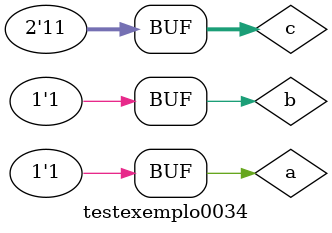
<source format=v>

module multiplexador(output s, input p, input q, input r);

wire temp1, temp2, temp3;

not(temp3, r);
and(temp1, p, temp3);
and(temp2, q, r);
or (   s,temp1, temp2);

endmodule

module exemplo0034(output s, input p, input q, input [1:0]chave);

wire temp1, temp2, temp3, temp4, tem5, temp6;

xor  (temp1, p, q);
or   (temp2, p, q);
xnor (temp3, p, q);
nor  (temp4, p, q);

multiplexador MULT (temp5, temp1, temp2, chave[0]);
multiplexador MULT2(temp6, temp3, temp4, chave[0]);
multiplexador MULT3(    s, temp5, temp6, chave[1]);

endmodule

module testexemplo0034;
reg a, b;
reg [1:0]c;
wire s;

exemplo0034 Q04(s, a, b, c);

initial begin
a= 'b0;
b= 'b0;
c= 'b00;

#1 $monitor("%3b %3b %3b = %3b", a, b, c, s);

#1a= 'b0;b= 'b0;c= 'b01;
#1a= 'b0;b= 'b0;c= 'b10;
#1a= 'b0;b= 'b0;c= 'b11;
#1a= 'b0;b= 'b1;c= 'b00;
#1a= 'b0;b= 'b1;c= 'b01;
#1a= 'b0;b= 'b1;c= 'b10;
#1a= 'b0;b= 'b1;c= 'b11;
#1a= 'b1;b= 'b0;c= 'b00;
#1a= 'b1;b= 'b0;c= 'b01;
#1a= 'b1;b= 'b0;c= 'b10;
#1a= 'b1;b= 'b0;c= 'b11;
#1a= 'b1;b= 'b1;c= 'b00;
#1a= 'b1;b= 'b1;c= 'b01;
#1a= 'b1;b= 'b1;c= 'b10;
#1a= 'b1;b= 'b1;c= 'b11;

end
endmodule
</source>
